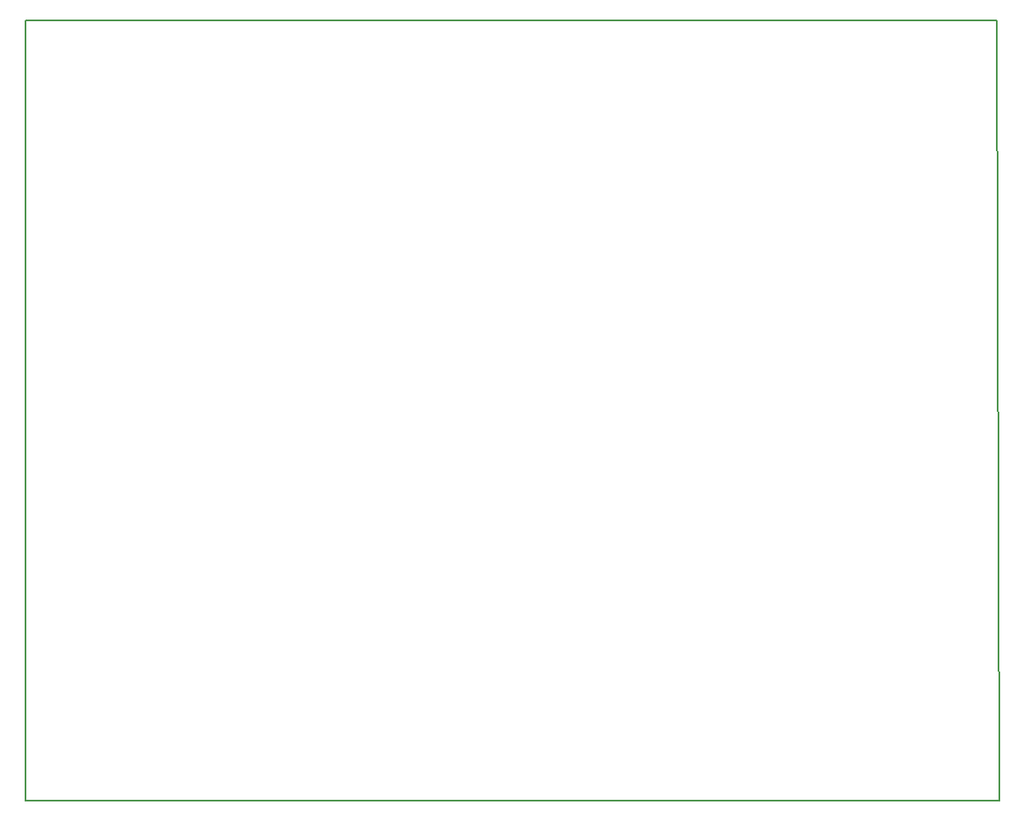
<source format=gbr>
G04 #@! TF.GenerationSoftware,KiCad,Pcbnew,(5.0.0)*
G04 #@! TF.CreationDate,2018-08-24T22:16:56+02:00*
G04 #@! TF.ProjectId,PullupCounter-MainBoard,50756C6C7570436F756E7465722D4D61,rev?*
G04 #@! TF.SameCoordinates,PX58c74b8PY7ecf228*
G04 #@! TF.FileFunction,Profile,NP*
%FSLAX46Y46*%
G04 Gerber Fmt 4.6, Leading zero omitted, Abs format (unit mm)*
G04 Created by KiCad (PCBNEW (5.0.0)) date 08/24/18 22:16:56*
%MOMM*%
%LPD*%
G01*
G04 APERTURE LIST*
%ADD10C,0.150000*%
G04 APERTURE END LIST*
D10*
X0Y0D02*
X0Y77851000D01*
X97028000Y0D02*
X0Y0D01*
X96774000Y77851000D02*
X97028000Y0D01*
X0Y77851000D02*
X96774000Y77851000D01*
M02*

</source>
